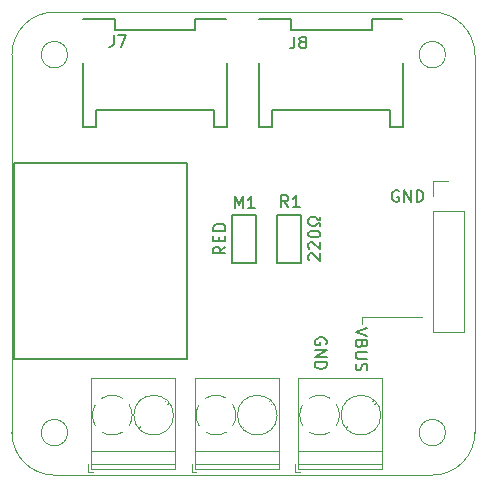
<source format=gbr>
%TF.GenerationSoftware,KiCad,Pcbnew,(5.1.5-0-10_14)*%
%TF.CreationDate,2020-09-17T17:23:34+02:00*%
%TF.ProjectId,power-routing,706f7765-722d-4726-9f75-74696e672e6b,rev?*%
%TF.SameCoordinates,Original*%
%TF.FileFunction,Legend,Top*%
%TF.FilePolarity,Positive*%
%FSLAX46Y46*%
G04 Gerber Fmt 4.6, Leading zero omitted, Abs format (unit mm)*
G04 Created by KiCad (PCBNEW (5.1.5-0-10_14)) date 2020-09-17 17:23:34*
%MOMM*%
%LPD*%
G04 APERTURE LIST*
%ADD10C,0.120000*%
%ADD11C,0.150000*%
%ADD12C,0.050000*%
%ADD13C,0.127000*%
%ADD14C,0.152400*%
G04 APERTURE END LIST*
D10*
X218750000Y-100050000D02*
X218750000Y-100625000D01*
X223800000Y-100050000D02*
X218750000Y-100050000D01*
D11*
X215700000Y-102363095D02*
X215747619Y-102267857D01*
X215747619Y-102125000D01*
X215700000Y-101982142D01*
X215604761Y-101886904D01*
X215509523Y-101839285D01*
X215319047Y-101791666D01*
X215176190Y-101791666D01*
X214985714Y-101839285D01*
X214890476Y-101886904D01*
X214795238Y-101982142D01*
X214747619Y-102125000D01*
X214747619Y-102220238D01*
X214795238Y-102363095D01*
X214842857Y-102410714D01*
X215176190Y-102410714D01*
X215176190Y-102220238D01*
X214747619Y-102839285D02*
X215747619Y-102839285D01*
X214747619Y-103410714D01*
X215747619Y-103410714D01*
X214747619Y-103886904D02*
X215747619Y-103886904D01*
X215747619Y-104125000D01*
X215700000Y-104267857D01*
X215604761Y-104363095D01*
X215509523Y-104410714D01*
X215319047Y-104458333D01*
X215176190Y-104458333D01*
X214985714Y-104410714D01*
X214890476Y-104363095D01*
X214795238Y-104267857D01*
X214747619Y-104125000D01*
X214747619Y-103886904D01*
X219197619Y-101016666D02*
X218197619Y-101350000D01*
X219197619Y-101683333D01*
X218721428Y-102350000D02*
X218673809Y-102492857D01*
X218626190Y-102540476D01*
X218530952Y-102588095D01*
X218388095Y-102588095D01*
X218292857Y-102540476D01*
X218245238Y-102492857D01*
X218197619Y-102397619D01*
X218197619Y-102016666D01*
X219197619Y-102016666D01*
X219197619Y-102350000D01*
X219150000Y-102445238D01*
X219102380Y-102492857D01*
X219007142Y-102540476D01*
X218911904Y-102540476D01*
X218816666Y-102492857D01*
X218769047Y-102445238D01*
X218721428Y-102350000D01*
X218721428Y-102016666D01*
X219197619Y-103016666D02*
X218388095Y-103016666D01*
X218292857Y-103064285D01*
X218245238Y-103111904D01*
X218197619Y-103207142D01*
X218197619Y-103397619D01*
X218245238Y-103492857D01*
X218292857Y-103540476D01*
X218388095Y-103588095D01*
X219197619Y-103588095D01*
X218245238Y-104016666D02*
X218197619Y-104159523D01*
X218197619Y-104397619D01*
X218245238Y-104492857D01*
X218292857Y-104540476D01*
X218388095Y-104588095D01*
X218483333Y-104588095D01*
X218578571Y-104540476D01*
X218626190Y-104492857D01*
X218673809Y-104397619D01*
X218721428Y-104207142D01*
X218769047Y-104111904D01*
X218816666Y-104064285D01*
X218911904Y-104016666D01*
X219007142Y-104016666D01*
X219102380Y-104064285D01*
X219150000Y-104111904D01*
X219197619Y-104207142D01*
X219197619Y-104445238D01*
X219150000Y-104588095D01*
X221838095Y-89375000D02*
X221742857Y-89327380D01*
X221600000Y-89327380D01*
X221457142Y-89375000D01*
X221361904Y-89470238D01*
X221314285Y-89565476D01*
X221266666Y-89755952D01*
X221266666Y-89898809D01*
X221314285Y-90089285D01*
X221361904Y-90184523D01*
X221457142Y-90279761D01*
X221600000Y-90327380D01*
X221695238Y-90327380D01*
X221838095Y-90279761D01*
X221885714Y-90232142D01*
X221885714Y-89898809D01*
X221695238Y-89898809D01*
X222314285Y-90327380D02*
X222314285Y-89327380D01*
X222885714Y-90327380D01*
X222885714Y-89327380D01*
X223361904Y-90327380D02*
X223361904Y-89327380D01*
X223600000Y-89327380D01*
X223742857Y-89375000D01*
X223838095Y-89470238D01*
X223885714Y-89565476D01*
X223933333Y-89755952D01*
X223933333Y-89898809D01*
X223885714Y-90089285D01*
X223838095Y-90184523D01*
X223742857Y-90279761D01*
X223600000Y-90327380D01*
X223361904Y-90327380D01*
D12*
X189100000Y-109850000D02*
X189100000Y-77850000D01*
X224700000Y-113450000D02*
X192700000Y-113450000D01*
X228300000Y-77850000D02*
X228300000Y-109850000D01*
X192700000Y-74250000D02*
X224700000Y-74250000D01*
X189100000Y-77850000D02*
G75*
G02X192700000Y-74250000I3600000J0D01*
G01*
X192700000Y-113450000D02*
G75*
G02X189100000Y-109850000I0J3600000D01*
G01*
X228300000Y-109850000D02*
G75*
G02X224700000Y-113450000I-3600000J0D01*
G01*
X224700000Y-74250000D02*
G75*
G02X228300000Y-77850000I0J-3600000D01*
G01*
X225818034Y-109850000D02*
G75*
G03X225818034Y-109850000I-1118034J0D01*
G01*
X193818034Y-109850000D02*
G75*
G03X193818034Y-109850000I-1118034J0D01*
G01*
X225818034Y-77850000D02*
G75*
G03X225818034Y-77850000I-1118034J0D01*
G01*
X193818034Y-77850000D02*
G75*
G03X193818034Y-77850000I-1118034J0D01*
G01*
D13*
X213616000Y-95507000D02*
X211584000Y-95507000D01*
X213616000Y-91443000D02*
X213616000Y-95507000D01*
X211584000Y-91443000D02*
X213616000Y-91443000D01*
X211584000Y-95507000D02*
X211584000Y-91443000D01*
X207734000Y-91443000D02*
X209766000Y-91443000D01*
X207734000Y-95507000D02*
X207734000Y-91443000D01*
X209766000Y-95507000D02*
X207734000Y-95507000D01*
X209766000Y-91443000D02*
X209766000Y-95507000D01*
X211150000Y-82502040D02*
X221150000Y-82502040D01*
X211150000Y-82502040D02*
X211150000Y-84000000D01*
X221150000Y-82502040D02*
X221150000Y-84000000D01*
X222204500Y-84000000D02*
X221150000Y-84000000D01*
X210051460Y-78537100D02*
X210051460Y-84000640D01*
X210097180Y-84000000D02*
X211150000Y-84000000D01*
X222248540Y-78537100D02*
X222248540Y-84000000D01*
X219548520Y-75801520D02*
X219548520Y-74800760D01*
X210051460Y-74800760D02*
X212751480Y-74800760D01*
X212751480Y-74800760D02*
X212751480Y-75801520D01*
X212751480Y-75801520D02*
X219548520Y-75801520D01*
X219548520Y-74800760D02*
X222149480Y-74800760D01*
X196200000Y-82502040D02*
X206200000Y-82502040D01*
X196200000Y-82502040D02*
X196200000Y-84000000D01*
X206200000Y-82502040D02*
X206200000Y-84000000D01*
X207254500Y-84000000D02*
X206200000Y-84000000D01*
X195101460Y-78537100D02*
X195101460Y-84000640D01*
X195147180Y-84000000D02*
X196200000Y-84000000D01*
X207298540Y-78537100D02*
X207298540Y-84000000D01*
X204598520Y-75801520D02*
X204598520Y-74800760D01*
X195101460Y-74800760D02*
X197801480Y-74800760D01*
X197801480Y-74800760D02*
X197801480Y-75801520D01*
X197801480Y-75801520D02*
X204598520Y-75801520D01*
X204598520Y-74800760D02*
X207199480Y-74800760D01*
D11*
X203912680Y-87034440D02*
X189250000Y-87034440D01*
X189250000Y-87034440D02*
X189250000Y-103615560D01*
X203912680Y-103615560D02*
X189250000Y-103615560D01*
X203912680Y-87034440D02*
X203912680Y-103615560D01*
D10*
X213100000Y-113175000D02*
X213500000Y-113175000D01*
X213100000Y-112535000D02*
X213100000Y-113175000D01*
X217505000Y-109316000D02*
X217376000Y-109444000D01*
X219720000Y-107100000D02*
X219626000Y-107194000D01*
X217675000Y-109556000D02*
X217581000Y-109649000D01*
X219925000Y-107306000D02*
X219796000Y-107434000D01*
X220460000Y-105215000D02*
X220460000Y-112935000D01*
X213340000Y-105215000D02*
X213340000Y-112935000D01*
X213340000Y-112935000D02*
X220460000Y-112935000D01*
X213340000Y-105215000D02*
X220460000Y-105215000D01*
X213340000Y-111375000D02*
X220460000Y-111375000D01*
X213340000Y-112475000D02*
X220460000Y-112475000D01*
X220330000Y-108375000D02*
G75*
G03X220330000Y-108375000I-1680000J0D01*
G01*
X215178674Y-110055099D02*
G75*
G02X214284000Y-109815000I-28674J1680099D01*
G01*
X213724642Y-109264894D02*
G75*
G02X213710000Y-107509000I1425358J889894D01*
G01*
X214260106Y-106949642D02*
G75*
G02X216016000Y-106935000I889894J-1425358D01*
G01*
X216575505Y-107484807D02*
G75*
G02X216575000Y-109266000I-1425505J-890193D01*
G01*
X216040264Y-109799721D02*
G75*
G02X215150000Y-110055000I-890264J1424721D01*
G01*
X204325000Y-113175000D02*
X204725000Y-113175000D01*
X204325000Y-112535000D02*
X204325000Y-113175000D01*
X208730000Y-109316000D02*
X208601000Y-109444000D01*
X210945000Y-107100000D02*
X210851000Y-107194000D01*
X208900000Y-109556000D02*
X208806000Y-109649000D01*
X211150000Y-107306000D02*
X211021000Y-107434000D01*
X211685000Y-105215000D02*
X211685000Y-112935000D01*
X204565000Y-105215000D02*
X204565000Y-112935000D01*
X204565000Y-112935000D02*
X211685000Y-112935000D01*
X204565000Y-105215000D02*
X211685000Y-105215000D01*
X204565000Y-111375000D02*
X211685000Y-111375000D01*
X204565000Y-112475000D02*
X211685000Y-112475000D01*
X211555000Y-108375000D02*
G75*
G03X211555000Y-108375000I-1680000J0D01*
G01*
X206403674Y-110055099D02*
G75*
G02X205509000Y-109815000I-28674J1680099D01*
G01*
X204949642Y-109264894D02*
G75*
G02X204935000Y-107509000I1425358J889894D01*
G01*
X205485106Y-106949642D02*
G75*
G02X207241000Y-106935000I889894J-1425358D01*
G01*
X207800505Y-107484807D02*
G75*
G02X207800000Y-109266000I-1425505J-890193D01*
G01*
X207265264Y-109799721D02*
G75*
G02X206375000Y-110055000I-890264J1424721D01*
G01*
X195550000Y-113175000D02*
X195950000Y-113175000D01*
X195550000Y-112535000D02*
X195550000Y-113175000D01*
X199955000Y-109316000D02*
X199826000Y-109444000D01*
X202170000Y-107100000D02*
X202076000Y-107194000D01*
X200125000Y-109556000D02*
X200031000Y-109649000D01*
X202375000Y-107306000D02*
X202246000Y-107434000D01*
X202910000Y-105215000D02*
X202910000Y-112935000D01*
X195790000Y-105215000D02*
X195790000Y-112935000D01*
X195790000Y-112935000D02*
X202910000Y-112935000D01*
X195790000Y-105215000D02*
X202910000Y-105215000D01*
X195790000Y-111375000D02*
X202910000Y-111375000D01*
X195790000Y-112475000D02*
X202910000Y-112475000D01*
X202780000Y-108375000D02*
G75*
G03X202780000Y-108375000I-1680000J0D01*
G01*
X197628674Y-110055099D02*
G75*
G02X196734000Y-109815000I-28674J1680099D01*
G01*
X196174642Y-109264894D02*
G75*
G02X196160000Y-107509000I1425358J889894D01*
G01*
X196710106Y-106949642D02*
G75*
G02X198466000Y-106935000I889894J-1425358D01*
G01*
X199025505Y-107484807D02*
G75*
G02X199025000Y-109266000I-1425505J-890193D01*
G01*
X198490264Y-109799721D02*
G75*
G02X197600000Y-110055000I-890264J1424721D01*
G01*
X224720000Y-88520000D02*
X226050000Y-88520000D01*
X224720000Y-89850000D02*
X224720000Y-88520000D01*
X224720000Y-91120000D02*
X227380000Y-91120000D01*
X227380000Y-91120000D02*
X227380000Y-101340000D01*
X224720000Y-91120000D02*
X224720000Y-101340000D01*
X224720000Y-101340000D02*
X227380000Y-101340000D01*
D14*
X212505666Y-90759619D02*
X212167000Y-90275809D01*
X211925095Y-90759619D02*
X211925095Y-89743619D01*
X212312142Y-89743619D01*
X212408904Y-89792000D01*
X212457285Y-89840380D01*
X212505666Y-89937142D01*
X212505666Y-90082285D01*
X212457285Y-90179047D01*
X212408904Y-90227428D01*
X212312142Y-90275809D01*
X211925095Y-90275809D01*
X213473285Y-90759619D02*
X212892714Y-90759619D01*
X213183000Y-90759619D02*
X213183000Y-89743619D01*
X213086238Y-89888761D01*
X212989476Y-89985523D01*
X212892714Y-90033904D01*
X214290380Y-95263476D02*
X214242000Y-95215095D01*
X214193619Y-95118333D01*
X214193619Y-94876428D01*
X214242000Y-94779666D01*
X214290380Y-94731285D01*
X214387142Y-94682904D01*
X214483904Y-94682904D01*
X214629047Y-94731285D01*
X215209619Y-95311857D01*
X215209619Y-94682904D01*
X214290380Y-94295857D02*
X214242000Y-94247476D01*
X214193619Y-94150714D01*
X214193619Y-93908809D01*
X214242000Y-93812047D01*
X214290380Y-93763666D01*
X214387142Y-93715285D01*
X214483904Y-93715285D01*
X214629047Y-93763666D01*
X215209619Y-94344238D01*
X215209619Y-93715285D01*
X214193619Y-93086333D02*
X214193619Y-92989571D01*
X214242000Y-92892809D01*
X214290380Y-92844428D01*
X214387142Y-92796047D01*
X214580666Y-92747666D01*
X214822571Y-92747666D01*
X215016095Y-92796047D01*
X215112857Y-92844428D01*
X215161238Y-92892809D01*
X215209619Y-92989571D01*
X215209619Y-93086333D01*
X215161238Y-93183095D01*
X215112857Y-93231476D01*
X215016095Y-93279857D01*
X214822571Y-93328238D01*
X214580666Y-93328238D01*
X214387142Y-93279857D01*
X214290380Y-93231476D01*
X214242000Y-93183095D01*
X214193619Y-93086333D01*
X215209619Y-92360619D02*
X215209619Y-92118714D01*
X215016095Y-92118714D01*
X214967714Y-92215476D01*
X214870952Y-92312238D01*
X214725809Y-92360619D01*
X214483904Y-92360619D01*
X214338761Y-92312238D01*
X214242000Y-92215476D01*
X214193619Y-92070333D01*
X214193619Y-91876809D01*
X214242000Y-91731666D01*
X214338761Y-91634904D01*
X214483904Y-91586523D01*
X214725809Y-91586523D01*
X214870952Y-91634904D01*
X214967714Y-91731666D01*
X215016095Y-91828428D01*
X215209619Y-91828428D01*
X215209619Y-91586523D01*
X207952523Y-90859619D02*
X207952523Y-89843619D01*
X208291190Y-90569333D01*
X208629857Y-89843619D01*
X208629857Y-90859619D01*
X209645857Y-90859619D02*
X209065285Y-90859619D01*
X209355571Y-90859619D02*
X209355571Y-89843619D01*
X209258809Y-89988761D01*
X209162047Y-90085523D01*
X209065285Y-90133904D01*
X207184619Y-94103142D02*
X206700809Y-94441809D01*
X207184619Y-94683714D02*
X206168619Y-94683714D01*
X206168619Y-94296666D01*
X206217000Y-94199904D01*
X206265380Y-94151523D01*
X206362142Y-94103142D01*
X206507285Y-94103142D01*
X206604047Y-94151523D01*
X206652428Y-94199904D01*
X206700809Y-94296666D01*
X206700809Y-94683714D01*
X206652428Y-93667714D02*
X206652428Y-93329047D01*
X207184619Y-93183904D02*
X207184619Y-93667714D01*
X206168619Y-93667714D01*
X206168619Y-93183904D01*
X207184619Y-92748476D02*
X206168619Y-92748476D01*
X206168619Y-92506571D01*
X206217000Y-92361428D01*
X206313761Y-92264666D01*
X206410523Y-92216285D01*
X206604047Y-92167904D01*
X206749190Y-92167904D01*
X206942714Y-92216285D01*
X207039476Y-92264666D01*
X207136238Y-92361428D01*
X207184619Y-92506571D01*
X207184619Y-92748476D01*
D11*
X213016666Y-76327380D02*
X213016666Y-77041666D01*
X212969047Y-77184523D01*
X212873809Y-77279761D01*
X212730952Y-77327380D01*
X212635714Y-77327380D01*
X213635714Y-76755952D02*
X213540476Y-76708333D01*
X213492857Y-76660714D01*
X213445238Y-76565476D01*
X213445238Y-76517857D01*
X213492857Y-76422619D01*
X213540476Y-76375000D01*
X213635714Y-76327380D01*
X213826190Y-76327380D01*
X213921428Y-76375000D01*
X213969047Y-76422619D01*
X214016666Y-76517857D01*
X214016666Y-76565476D01*
X213969047Y-76660714D01*
X213921428Y-76708333D01*
X213826190Y-76755952D01*
X213635714Y-76755952D01*
X213540476Y-76803571D01*
X213492857Y-76851190D01*
X213445238Y-76946428D01*
X213445238Y-77136904D01*
X213492857Y-77232142D01*
X213540476Y-77279761D01*
X213635714Y-77327380D01*
X213826190Y-77327380D01*
X213921428Y-77279761D01*
X213969047Y-77232142D01*
X214016666Y-77136904D01*
X214016666Y-76946428D01*
X213969047Y-76851190D01*
X213921428Y-76803571D01*
X213826190Y-76755952D01*
X197716666Y-76202380D02*
X197716666Y-76916666D01*
X197669047Y-77059523D01*
X197573809Y-77154761D01*
X197430952Y-77202380D01*
X197335714Y-77202380D01*
X198097619Y-76202380D02*
X198764285Y-76202380D01*
X198335714Y-77202380D01*
M02*

</source>
